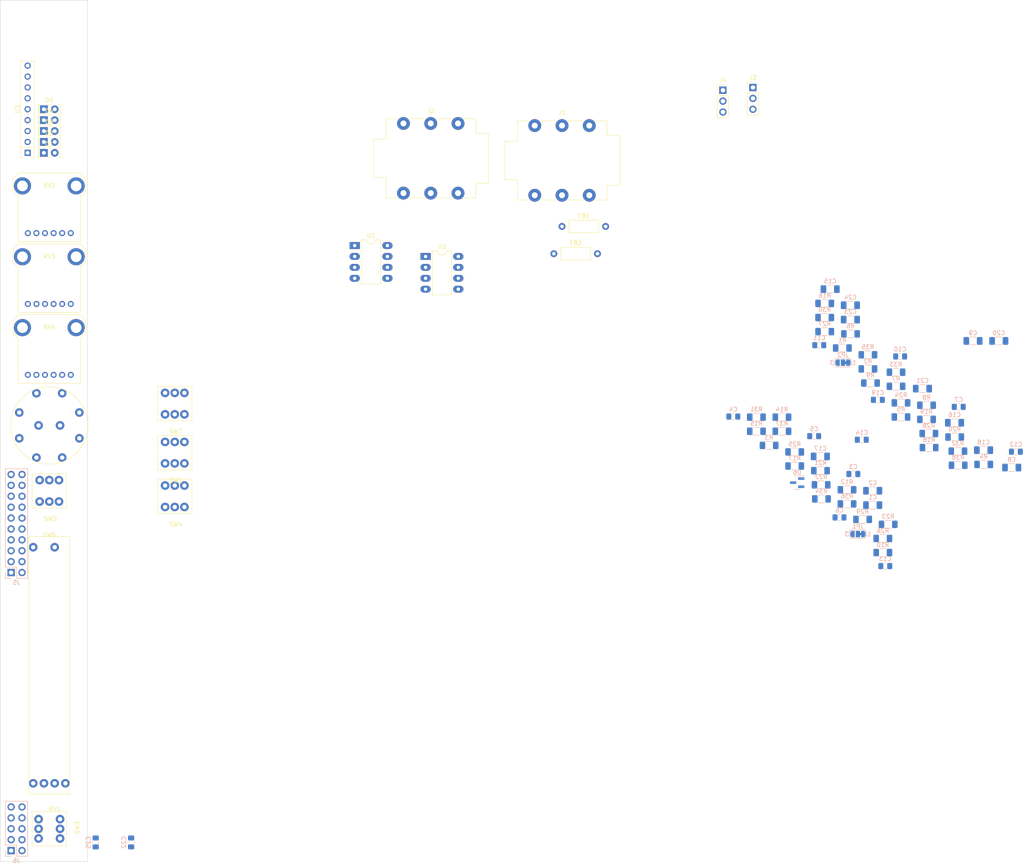
<source format=kicad_pcb>
(kicad_pcb (version 20211014) (generator pcbnew)
  (layers (0 "F.Cu" signal) (31 "B.Cu" signal) (34 "B.Paste" user) (35 "F.Paste" user) (36 "B.SilkS" user "B.Silkscreen") (37 "F.SilkS" user "F.Silkscreen") (38 "B.Mask" user) (39 "F.Mask" user) (44 "Edge.Cuts" user))
  (net 0 "")
  (net 1 "Net-(C1-Pad1)")
  (net 2 "/L")
  (net 3 "Net-(C2-Pad1)")
  (net 4 "Net-(C2-Pad2)")
  (net 5 "Net-(C3-Pad1)")
  (net 6 "GND")
  (net 7 "Net-(C4-Pad1)")
  (net 8 "Net-(C4-Pad2)")
  (net 9 "Net-(C6-Pad1)")
  (net 10 "Net-(C6-Pad2)")
  (net 11 "Net-(C12-Pad2)")
  (net 12 "/R")
  (net 13 "Net-(C14-Pad2)")
  (net 14 "Net-(C9-Pad2)")
  (net 15 "Net-(C10-Pad1)")
  (net 16 "Net-(C11-Pad1)")
  (net 17 "Net-(C11-Pad2)")
  (net 18 "Net-(C13-Pad1)")
  (net 19 "Net-(C13-Pad2)")
  (net 20 "+15V")
  (net 21 "Net-(C16-Pad2)")
  (net 22 "-15V")
  (net 23 "Net-(C19-Pad2)")
  (net 24 "Net-(D1-Pad1)")
  (net 25 "Net-(D1-Pad2)")
  (net 26 "Net-(D2-Pad1)")
  (net 27 "Net-(D3-Pad1)")
  (net 28 "Net-(D4-Pad1)")
  (net 29 "Net-(D5-Pad1)")
  (net 30 "Net-(D6-Pad1)")
  (net 31 "Net-(D6-Pad2)")
  (net 32 "Net-(FB1-Pad1)")
  (net 33 "Net-(FB2-Pad1)")
  (net 34 "Net-(J3-Pad1)")
  (net 35 "Net-(J3-Pad3)")
  (net 36 "/MixL")
  (net 37 "/MixR")
  (net 38 "/MonL")
  (net 39 "/MonR")
  (net 40 "/Fx1L")
  (net 41 "/Fx1R")
  (net 42 "/Fx2L")
  (net 43 "/Fx2R")
  (net 44 "/Rec1")
  (net 45 "/Rec2")
  (net 46 "/Rec3")
  (net 47 "/Rec4")
  (net 48 "/Rec5")
  (net 49 "/Rec6")
  (net 50 "/Rec7")
  (net 51 "/Rec8")
  (net 52 "Net-(J5-Pad19)")
  (net 53 "Net-(J5-Pad20)")
  (net 54 "Net-(J6-Pad3)")
  (net 55 "Net-(JP1-Pad2)")
  (net 57 "Net-(R1-Pad2)")
  (net 58 "Net-(R3-Pad2)")
  (net 59 "Net-(R8-Pad2)")
  (net 60 "/FaderL")
  (net 62 "Net-(R10-Pad2)")
  (net 63 "Net-(R14-Pad2)")
  (net 64 "Net-(R15-Pad2)")
  (net 65 "/FaderR")
  (net 66 "Net-(R22-Pad2)")
  (net 67 "Net-(R23-Pad2)")
  (net 68 "Net-(R24-Pad2)")
  (net 69 "Net-(R25-Pad2)")
  (net 70 "Net-(R30-Pad1)")
  (net 71 "Net-(SW5-Pad2)")
  (net 72 "Net-(SW6-Pad13)")
  (net 73 "Net-(SW5-Pad5)")
  (net 74 "Net-(SW6-Pad14)")
  (net 75 "Net-(R37-Pad2)")
  (net 76 "Net-(R38-Pad2)")
  (net 77 "Net-(RV1-Pad1)")
  (net 78 "Net-(RV1-Pad4)")
  (footprint "Connector_PinHeader_2.54mm:PinHeader_1x03_P2.54mm_Vertical" (layer "F.Cu") (at 206.375 8.27)
    (fp_text reference "J4" (at 0 -2.33) (layer "F.SilkS"))
    (fp_text value "Grp")
    (pad "1" thru_hole rect (at 0 0) (size 1.7 1.7) (drill 1) (layers *.Cu *.Mask) (net 34 "Net-(J3-Pad1)"))
    (pad "2" thru_hole oval (at 0 2.54) (size 1.7 1.7) (drill 1) (layers *.Cu *.Mask) (net 6 "GND"))
    (pad "3" thru_hole oval (at 0 5.08) (size 1.7 1.7) (drill 1) (layers *.Cu *.Mask) (net 35 "Net-(J3-Pad3)"))
  )
  (footprint "dz_lib:RK12 Duplex" (layer "F.Cu") (at 49.53 35.56)
    (fp_text reference "RV2" (at 0 -5.08 unlocked) (layer "F.SilkS"))
    (fp_text value "Mon")
    (pad "1" thru_hole circle (at -5 6) (size 1.4 1.4) (drill 0.8) (layers *.Cu *.Mask) (net 77 "Net-(RV1-Pad1)"))
    (pad "2" thru_hole circle (at -3 6) (size 1.4 1.4) (drill 0.8) (layers *.Cu *.Mask) (net 64 "Net-(R15-Pad2)"))
    (pad "3" thru_hole circle (at -1 6) (size 1.4 1.4) (drill 0.8) (layers *.Cu *.Mask) (net 6 "GND"))
    (pad "4" thru_hole circle (at 1 6) (size 1.4 1.4) (drill 0.8) (layers *.Cu *.Mask) (net 78 "Net-(RV1-Pad4)"))
    (pad "5" thru_hole circle (at 3 6) (size 1.4 1.4) (drill 0.8) (layers *.Cu *.Mask) (net 63 "Net-(R14-Pad2)"))
    (pad "6" thru_hole circle (at 5 6) (size 1.4 1.4) (drill 0.8) (layers *.Cu *.Mask) (net 6 "GND"))
    (pad "G" thru_hole circle (at 6.25 -5) (size 4 4) (drill 2.5) (layers *.Cu *.Mask))
    (pad "G" thru_hole circle (at -6.25 -5) (size 4 4) (drill 2.5) (layers *.Cu *.Mask))
  )
  (footprint "Package_DIP:DIP-8_W7.62mm_LongPads" (layer "F.Cu") (at 120.635 44.46)
    (fp_text reference "U1" (at 3.81 -2.33) (layer "F.SilkS"))
    (fp_text value "TL072")
    (pad "1" thru_hole rect (at 0 0) (size 2.4 1.6) (drill 0.8) (layers *.Cu *.Mask) (net 1 "Net-(C1-Pad1)"))
    (pad "2" thru_hole oval (at 0 2.54) (size 2.4 1.6) (drill 0.8) (layers *.Cu *.Mask) (net 8 "Net-(C4-Pad2)"))
    (pad "3" thru_hole oval (at 0 5.08) (size 2.4 1.6) (drill 0.8) (layers *.Cu *.Mask) (net 6 "GND"))
    (pad "4" thru_hole oval (at 0 7.62) (size 2.4 1.6) (drill 0.8) (layers *.Cu *.Mask) (net 22 "-15V"))
    (pad "5" thru_hole oval (at 7.62 7.62) (size 2.4 1.6) (drill 0.8) (layers *.Cu *.Mask) (net 6 "GND"))
    (pad "6" thru_hole oval (at 7.62 5.08) (size 2.4 1.6) (drill 0.8) (layers *.Cu *.Mask) (net 17 "Net-(C11-Pad2)"))
    (pad "7" thru_hole oval (at 7.62 2.54) (size 2.4 1.6) (drill 0.8) (layers *.Cu *.Mask) (net 11 "Net-(C12-Pad2)"))
    (pad "8" thru_hole oval (at 7.62 0) (size 2.4 1.6) (drill 0.8) (layers *.Cu *.Mask) (net 20 "+15V"))
  )
  (footprint "LED_THT:LED_Rectangular_W5.0mm_H2.0mm" (layer "F.Cu") (at 48.26 17.78)
    (fp_text reference "D3" (at 1.27 -2.06) (layer "F.SilkS"))
    (fp_text value "LED")
    (pad "1" thru_hole rect (at 0 0) (size 1.8 1.8) (drill 0.9) (layers *.Cu *.Mask) (net 27 "Net-(D3-Pad1)"))
    (pad "2" thru_hole circle (at 2.54 0) (size 1.8 1.8) (drill 0.9) (layers *.Cu *.Mask) (net 25 "Net-(D1-Pad2)"))
  )
  (footprint "LED_THT:LED_Rectangular_W5.0mm_H2.0mm" (layer "F.Cu") (at 48.26 22.86)
    (fp_text reference "D1" (at 1.27 -2.06) (layer "F.SilkS"))
    (fp_text value "LED")
    (pad "1" thru_hole rect (at 0 0) (size 1.8 1.8) (drill 0.9) (layers *.Cu *.Mask) (net 24 "Net-(D1-Pad1)"))
    (pad "2" thru_hole circle (at 2.54 0) (size 1.8 1.8) (drill 0.9) (layers *.Cu *.Mask) (net 25 "Net-(D1-Pad2)"))
  )
  (footprint "Inductor_THT:L_Axial_L6.6mm_D2.7mm_P10.16mm_Horizontal_Vishay_IM-2" (layer "F.Cu") (at 167.005 46.355)
    (fp_text reference "FB2" (at 5.08 -2.47) (layer "F.SilkS"))
    (fp_text value "FerriteBead")
    (pad "1" thru_hole circle (at 0 0) (size 1.6 1.6) (drill 0.8) (layers *.Cu *.Mask) (net 33 "Net-(FB2-Pad1)"))
    (pad "2" thru_hole oval (at 10.16 0) (size 1.6 1.6) (drill 0.8) (layers *.Cu *.Mask) (net 15 "Net-(C10-Pad1)"))
  )
  (footprint "LED_THT:LED_Rectangular_W5.0mm_H2.0mm" (layer "F.Cu") (at 48.26 15.24)
    (fp_text reference "D4" (at 1.27 -2.06) (layer "F.SilkS"))
    (fp_text value "LED")
    (pad "1" thru_hole rect (at 0 0) (size 1.8 1.8) (drill 0.9) (layers *.Cu *.Mask) (net 28 "Net-(D4-Pad1)"))
    (pad "2" thru_hole circle (at 2.54 0) (size 1.8 1.8) (drill 0.9) (layers *.Cu *.Mask) (net 25 "Net-(D1-Pad2)"))
  )
  (footprint "dz_lib:RK12 Duplex" (layer "F.Cu") (at 49.53 68.58)
    (fp_text reference "RV4" (at 0 -5.08 unlocked) (layer "F.SilkS"))
    (fp_text value "FX2")
    (pad "1" thru_hole circle (at -5 6) (size 1.4 1.4) (drill 0.8) (layers *.Cu *.Mask) (net 14 "Net-(C9-Pad2)"))
    (pad "2" thru_hole circle (at -3 6) (size 1.4 1.4) (drill 0.8) (layers *.Cu *.Mask) (net 69 "Net-(R25-Pad2)"))
    (pad "3" thru_hole circle (at -1 6) (size 1.4 1.4) (drill 0.8) (layers *.Cu *.Mask) (net 6 "GND"))
    (pad "4" thru_hole circle (at 1 6) (size 1.4 1.4) (drill 0.8) (layers *.Cu *.Mask) (net 4 "Net-(C2-Pad2)"))
    (pad "5" thru_hole circle (at 3 6) (size 1.4 1.4) (drill 0.8) (layers *.Cu *.Mask) (net 68 "Net-(R24-Pad2)"))
    (pad "6" thru_hole circle (at 5 6) (size 1.4 1.4) (drill 0.8) (layers *.Cu *.Mask) (net 6 "GND"))
    (pad "G" thru_hole circle (at -6.25 -5) (size 4 4) (drill 2.5) (layers *.Cu *.Mask))
    (pad "G" thru_hole circle (at 6.25 -5) (size 4 4) (drill 2.5) (layers *.Cu *.Mask))
  )
  (footprint "LED_THT:LED_Rectangular_W5.0mm_H2.0mm" (layer "F.Cu") (at 48.26 20.32)
    (fp_text reference "D2" (at 1.27 -2.06) (layer "F.SilkS"))
    (fp_text value "LED")
    (pad "1" thru_hole rect (at 0 0) (size 1.8 1.8) (drill 0.9) (layers *.Cu *.Mask) (net 26 "Net-(D2-Pad1)"))
    (pad "2" thru_hole circle (at 2.54 0) (size 1.8 1.8) (drill 0.9) (layers *.Cu *.Mask) (net 25 "Net-(D1-Pad2)"))
  )
  (footprint "LED_THT:LED_Rectangular_W5.0mm_H2.0mm" (layer "F.Cu") (at 48.26 12.7)
    (fp_text reference "D5" (at 1.27 -2.06) (layer "F.SilkS"))
    (fp_text value "LED")
    (pad "1" thru_hole rect (at 0 0) (size 1.8 1.8) (drill 0.9) (layers *.Cu *.Mask) (net 29 "Net-(D5-Pad1)"))
    (pad "2" thru_hole circle (at 2.54 0) (size 1.8 1.8) (drill 0.9) (layers *.Cu *.Mask) (net 25 "Net-(D1-Pad2)"))
  )
  (footprint "dz_lib:Switch 2P2T 5.5x4.5mm Latched" (layer "F.Cu") (at 78.74 92.71)
    (fp_text reference "SW1" (at 0.25 6.5 unlocked) (layer "F.SilkS"))
    (fp_text value "Rec 3-4")
    (pad "1" thru_hole circle (at -2.25 2.5) (size 2 2) (drill 1) (layers *.Cu *.Mask) (net 6 "GND"))
    (pad "2" thru_hole circle (at 0 2.5) (size 2 2) (drill 1) (layers *.Cu *.Mask) (net 75 "Net-(R37-Pad2)"))
    (pad "3" thru_hole circle (at 2.25 2.5) (size 2 2) (drill 1) (layers *.Cu *.Mask) (net 2 "/L"))
    (pad "4" thru_hole circle (at -2.25 -2.5) (size 2 2) (drill 1) (layers *.Cu *.Mask) (net 6 "GND"))
    (pad "5" thru_hole circle (at 0 -2.5) (size 2 2) (drill 1) (layers *.Cu *.Mask) (net 76 "Net-(R38-Pad2)"))
    (pad "6" thru_hole circle (at 2.25 -2.5) (size 2 2) (drill 1) (layers *.Cu *.Mask) (net 12 "/R"))
  )
  (footprint "dz_lib:Switch 2P2T 5.5x4.5mm Latched" (layer "F.Cu") (at 78.74 102.87)
    (fp_text reference "SW4" (at 0.25 6.5 unlocked) (layer "F.SilkS"))
    (fp_text value "Rec 5-8")
    (pad "1" thru_hole circle (at -2.25 2.5) (size 2 2) (drill 1) (layers *.Cu *.Mask) (net 6 "GND"))
    (pad "2" thru_hole circle (at 0 2.5) (size 2 2) (drill 1) (layers *.Cu *.Mask) (net 59 "Net-(R8-Pad2)"))
    (pad "3" thru_hole circle (at 2.25 2.5) (size 2 2) (drill 1) (layers *.Cu *.Mask) (net 2 "/L"))
    (pad "4" thru_hole circle (at -2.25 -2.5) (size 2 2) (drill 1) (layers *.Cu *.Mask) (net 6 "GND"))
    (pad "5" thru_hole circle (at 0 -2.5) (size 2 2) (drill 1) (layers *.Cu *.Mask) (net 62 "Net-(R10-Pad2)"))
    (pad "6" thru_hole circle (at 2.25 -2.5) (size 2 2) (drill 1) (layers *.Cu *.Mask) (net 12 "/R"))
  )
  (footprint "Package_SIP:SIP-9_22.3x3mm_P2.54mm" (layer "F.Cu") (at 44.48 22.86 90)
    (fp_text reference "U3" (at 10.16 -2.4 90) (layer "F.SilkS"))
    (fp_text value "KA2284")
    (pad "1" thru_hole rect (at 0 0 180) (size 1.45 1.45) (drill 0.85) (layers *.Cu *.Mask) (net 24 "Net-(D1-Pad1)"))
    (pad "2" thru_hole circle (at 2.54 0 180) (size 1.45 1.45) (drill 0.85) (layers *.Cu *.Mask) (net 26 "Net-(D2-Pad1)"))
    (pad "3" thru_hole circle (at 5.08 0 180) (size 1.45 1.45) (drill 0.85) (layers *.Cu *.Mask) (net 27 "Net-(D3-Pad1)"))
    (pad "4" thru_hole circle (at 7.62 0 180) (size 1.45 1.45) (drill 0.85) (layers *.Cu *.Mask) (net 28 "Net-(D4-Pad1)"))
    (pad "5" thru_hole circle (at 10.16 0 180) (size 1.45 1.45) (drill 0.85) (layers *.Cu *.Mask) (net 6 "GND"))
    (pad "6" thru_hole circle (at 12.7 0 180) (size 1.45 1.45) (drill 0.85) (layers *.Cu *.Mask) (net 29 "Net-(D5-Pad1)"))
    (pad "7" thru_hole circle (at 15.24 0 180) (size 1.45 1.45) (drill 0.85) (layers *.Cu *.Mask) (net 23 "Net-(C19-Pad2)"))
    (pad "8" thru_hole circle (at 17.78 0 180) (size 1.45 1.45) (drill 0.85) (layers *.Cu *.Mask) (net 70 "Net-(R30-Pad1)"))
    (pad "9" thru_hole circle (at 20.32 0 180) (size 1.45 1.45) (drill 0.85) (layers *.Cu *.Mask) (net 20 "+15V"))
  )
  (footprint "dz_lib:Switch 2P2T 5.5x4.5mm Latched" (layer "F.Cu") (at 49.53 180.34 90)
    (fp_text reference "SW3" (at 0.25 6.5 90 unlocked) (layer "F.SilkS"))
    (fp_text value "Ch On")
    (pad "1" thru_hole circle (at -2.25 2.5 90) (size 2 2) (drill 1) (layers *.Cu *.Mask) (net 6 "GND"))
    (pad "2" thru_hole circle (at 0 2.5 90) (size 2 2) (drill 1) (layers *.Cu *.Mask) (net 78 "Net-(RV1-Pad4)"))
    (pad "3" thru_hole circle (at 2.25 2.5 90) (size 2 2) (drill 1) (layers *.Cu *.Mask) (net 2 "/L"))
    (pad "4" thru_hole circle (at -2.25 -2.5 90) (size 2 2) (drill 1) (layers *.Cu *.Mask) (net 6 "GND"))
    (pad "5" thru_hole circle (at 0 -2.5 90) (size 2 2) (drill 1) (layers *.Cu *.Mask) (net 77 "Net-(RV1-Pad1)"))
    (pad "6" thru_hole circle (at 2.25 -2.5 90) (size 2 2) (drill 1) (layers *.Cu *.Mask) (net 12 "/R"))
  )
  (footprint "Package_DIP:DIP-8_W7.62mm_LongPads" (layer "F.Cu") (at 137.145 47)
    (fp_text reference "U2" (at 3.81 -2.33) (layer "F.SilkS"))
    (fp_text value "TL072")
    (pad "1" thru_hole rect (at 0 0) (size 2.4 1.6) (drill 0.8) (layers *.Cu *.Mask) (net 3 "Net-(C2-Pad1)"))
    (pad "2" thru_hole oval (at 0 2.54) (size 2.4 1.6) (drill 0.8) (layers *.Cu *.Mask) (net 10 "Net-(C6-Pad2)"))
    (pad "3" thru_hole oval (at 0 5.08) (size 2.4 1.6) (drill 0.8) (layers *.Cu *.Mask) (net 6 "GND"))
    (pad "4" thru_hole oval (at 0 7.62) (size 2.4 1.6) (drill 0.8) (layers *.Cu *.Mask) (net 22 "-15V"))
    (pad "5" thru_hole oval (at 7.62 7.62) (size 2.4 1.6) (drill 0.8) (layers *.Cu *.Mask) (net 6 "GND"))
    (pad "6" thru_hole oval (at 7.62 5.08) (size 2.4 1.6) (drill 0.8) (layers *.Cu *.Mask) (net 19 "Net-(C13-Pad2)"))
    (pad "7" thru_hole oval (at 7.62 2.54) (size 2.4 1.6) (drill 0.8) (layers *.Cu *.Mask) (net 13 "Net-(C14-Pad2)"))
    (pad "8" thru_hole oval (at 7.62 0) (size 2.4 1.6) (drill 0.8) (layers *.Cu *.Mask) (net 20 "+15V"))
  )
  (footprint "Connector_PinHeader_2.54mm:PinHeader_1x03_P2.54mm_Vertical" (layer "F.Cu") (at 213.36 7.635)
    (fp_text reference "J3" (at 0 -2.33) (layer "F.SilkS"))
    (fp_text value "Grp")
    (pad "1" thru_hole rect (at 0 0) (size 1.7 1.7) (drill 1) (layers *.Cu *.Mask) (net 34 "Net-(J3-Pad1)"))
    (pad "2" thru_hole oval (at 0 2.54) (size 1.7 1.7) (drill 1) (layers *.Cu *.Mask) (net 6 "GND"))
    (pad "3" thru_hole oval (at 0 5.08) (size 1.7 1.7) (drill 1) (layers *.Cu *.Mask) (net 35 "Net-(J3-Pad3)"))
  )
  (footprint "Connector_Audio:Jack_6.35mm_Neutrik_NMJ6HCD2_Horizontal" (layer "F.Cu") (at 162.56 16.51)
    (fp_text reference "J1" (at 6.35 -3) (layer "F.SilkS"))
    (fp_text value "L/Mono In")
    (pad "R" thru_hole circle (at 6.35 0) (size 3 3) (drill 1.4) (layers *.Cu *.Mask) (net 6 "GND"))
    (pad "RN" thru_hole circle (at 6.35 16.23) (size 3 3) (drill 1.4) (layers *.Cu *.Mask) (net 6 "GND"))
    (pad "S" thru_hole circle (at 12.7 0) (size 3 3) (drill 1.4) (layers *.Cu *.Mask) (net 6 "GND"))
    (pad "SN" thru_hole circle (at 12.7 16.23) (size 3 3) (drill 1.4) (layers *.Cu *.Mask) (net 6 "GND"))
    (pad "T" thru_hole circle (at 0 0) (size 3 3) (drill 1.4) (layers *.Cu *.Mask) (net 32 "Net-(FB1-Pad1)"))
    (pad "TN" thru_hole circle (at 0 16.23) (size 3 3) (drill 1.4) (layers *.Cu *.Mask) (net 6 "GND"))
  )
  (footprint "dz_lib:Slider Pot 60mm" (layer "F.Cu") (at 50.78 144.74)
    (fp_text reference "RV1" (at 0 31 unlocked) (layer "F.SilkS"))
    (fp_text value "Fader")
    (pad "1" thru_hole circle (at -5 25) (size 2 2) (drill 1) (layers *.Cu *.Mask) (net 77 "Net-(RV1-Pad1)"))
    (pad "2" thru_hole circle (at -2.5 25) (size 2 2) (drill 1) (layers *.Cu *.Mask) (net 65 "/FaderR"))
    (pad "3" thru_hole circle (at -5 -30) (size 2 2) (drill 1) (layers *.Cu *.Mask) (net 6 "GND"))
    (pad "4" thru_hole circle (at 0 25) (size 2 2) (drill 1) (layers *.Cu *.Mask) (net 78 "Net-(RV1-Pad4)"))
    (pad "5" thru_hole circle (at 2.5 25) (size 2 2) (drill 1) (layers *.Cu *.Mask) (net 60 "/FaderL"))
    (pad "6" thru_hole circle (at 0 -30) (size 2 2) (drill 1) (layers *.Cu *.Mask) (net 6 "GND"))
  )
  (footprint "Inductor_THT:L_Axial_L6.6mm_D2.7mm_P10.16mm_Horizontal_Vishay_IM-2" (layer "F.Cu") (at 168.91 40.005)
    (fp_text reference "FB1" (at 5.08 -2.47) (layer "F.SilkS"))
    (fp_text value "FerriteBead")
    (pad "1" thru_hole circle (at 0 0) (size 1.6 1.6) (drill 0.8) (layers *.Cu *.Mask) (net 32 "Net-(FB1-Pad1)"))
    (pad "2" thru_hole oval (at 10.16 0) (size 1.6 1.6) (drill 0.8) (layers *.Cu *.Mask) (net 5 "Net-(C3-Pad1)"))
  )
  (footprint "dz_lib:RK12 Duplex" (layer "F.Cu") (at 49.53 52.07)
    (fp_text reference "RV3" (at 0 -5.08 unlocked) (layer "F.SilkS"))
    (fp_text value "FX1")
    (pad "1" thru_hole circle (at -5 6) (size 1.4 1.4) (drill 0.8) (layers *.Cu *.Mask) (net 14 "Net-(C9-Pad2)"))
    (pad "2" thru_hole circle (at -3 6) (size 1.4 1.4) (drill 0.8) (layers *.Cu *.Mask) (net 67 "Net-(R23-Pad2)"))
    (pad "3" thru_hole circle (at -1 6) (size 1.4 1.4) (drill 0.8) (layers *.Cu *.Mask) (net 6 "GND"))
    (pad "4" thru_hole circle (at 1 6) (size 1.4 1.4) (drill 0.8) (layers *.Cu *.Mask) (net 4 "Net-(C2-Pad2)"))
    (pad "5" thru_hole circle (at 3 6) (size 1.4 1.4) (drill 0.8) (layers *.Cu *.Mask) (net 66 "Net-(R22-Pad2)"))
    (pad "6" thru_hole circle (at 5 6) (size 1.4 1.4) (drill 0.8) (layers *.Cu *.Mask) (net 6 "GND"))
    (pad "G" thru_hole circle (at 6.25 -5) (size 4 4) (drill 2.5) (layers *.Cu *.Mask))
    (pad "G" thru_hole circle (at -6.25 -5) (size 4 4) (drill 2.5) (layers *.Cu *.Mask))
  )
  (footprint "dz_lib:Switch 2P2T 5.5x4.5mm Latched" (layer "F.Cu") (at 49.53 101.6)
    (fp_text reference "SW5" (at 0.25 6.5 unlocked) (layer "F.SilkS"))
    (fp_text value "Rec On")
    (pad "1" thru_hole circle (at -2.25 2.5) (size 2 2) (drill 1) (layers *.Cu *.Mask) (net 6 "GND"))
    (pad "2" thru_hole circle (at 0 2.5) (size 2 2) (drill 1) (layers *.Cu *.Mask) (net 71 "Net-(SW5-Pad2)"))
    (pad "3" thru_hole circle (at 2.25 2.5) (size 2 2) (drill 1) (layers *.Cu *.Mask) (net 2 "/L"))
    (pad "4" thru_hole circle (at -2.25 -2.5) (size 2 2) (drill 1) (layers *.Cu *.Mask) (net 6 "GND"))
    (pad "5" thru_hole circle (at 0 -2.5) (size 2 2) (drill 1) (layers *.Cu *.Mask) (net 73 "Net-(SW5-Pad5)"))
    (pad "6" thru_hole circle (at 2.25 -2.5) (size 2 2) (drill 1) (layers *.Cu *.Mask) (net 12 "/R"))
  )
  (footprint "dz_lib:SR16 Rotary Switch" (layer "F.Cu") (at 49.53 86.36)
    (fp_text reference "SW6" (at 0 25.5 unlocked) (layer "F.SilkS"))
    (fp_text value "Rec Select")
    (pad "1" thru_hole circle (at 3 -7.5) (size 2 2) (drill 1) (layers *.Cu *.Mask) (net 44 "/Rec1"))
    (pad "2" thru_hole circle (at 7 -3) (size 2 2) (drill 1) (layers *.Cu *.Mask) (net 46 "/Rec3"))
    (pad "3" thru_hole circle (at 7 3) (size 2 2) (drill 1) (layers *.Cu *.Mask) (net 48 "/Rec5"))
    (pad "4" thru_hole circle (at 3 7.5) (size 2 2) (drill 1) (layers *.Cu *.Mask) (net 50 "/Rec7"))
    (pad "7" thru_hole circle (at -3 7.5) (size 2 2) (drill 1) (layers *.Cu *.Mask) (net 45 "/Rec2"))
    (pad "8" thru_hole circle (at -7 3) (size 2 2) (drill 1) (layers *.Cu *.Mask) (net 47 "/Rec4"))
    (pad "9" thru_hole circle (at -7 -3) (size 2 2) (drill 1) (layers *.Cu *.Mask) (net 49 "/Rec6"))
    (pad "10" thru_hole circle (at -3 -7.5) (size 2 2) (drill 1) (layers *.Cu *.Mask) (net 51 "/Rec8"))
    (pad "13" thru_hole circle (at 2.5 0) (size 2 2) (drill 1) (layers *.Cu *.Mask) (net 72 "Net-(SW6-Pad13)"))
    (pad "14" thru_hole circle (at -2.5 0) (size 2 2) (drill 1) (layers *.Cu *.Mask) (net 74 "Net-(SW6-Pad14)"))
  )
  (footprint "dz_lib:Switch 2P2T 5.5x4.5mm Latched" (layer "F.Cu") (at 78.74 81.28)
    (fp_text reference "SW7" (at 0.25 6.5 unlocked) (layer "F.SilkS"))
    (fp_text value "Rec 1-2")
    (pad "1" thru_hole circle (at -2.25 2.5) (size 2 2) (drill 1) (layers *.Cu *.Mask) (net 6 "GND"))
    (pad "2" thru_hole circle (at 0 2.5) (size 2 2) (drill 1) (layers *.Cu *.Mask) (net 57 "Net-(R1-Pad2)"))
    (pad "3" thru_hole circle (at 2.25 2.5) (size 2 2) (drill 1) (layers *.Cu *.Mask) (net 2 "/L"))
    (pad "4" thru_hole circle (at -2.25 -2.5) (size 2 2) (drill 1) (layers *.Cu *.Mask) (net 6 "GND"))
    (pad "5" thru_hole circle (at 0 -2.5) (size 2 2) (drill 1) (layers *.Cu *.Mask) (net 58 "Net-(R3-Pad2)"))
    (pad "6" thru_hole circle (at 2.25 -2.5) (size 2 2) (drill 1) (layers *.Cu *.Mask) (net 12 "/R"))
  )
  (footprint "Connector_Audio:Jack_6.35mm_Neutrik_NMJ6HCD2_Horizontal" (layer "F.Cu") (at 131.995 16.015)
    (fp_text reference "J2" (at 6.35 -3) (layer "F.SilkS"))
    (fp_text value "R In")
    (pad "R" thru_hole circle (at 6.35 0) (size 3 3) (drill 1.4) (layers *.Cu *.Mask) (net 6 "GND"))
    (pad "RN" thru_hole circle (at 6.35 16.23) (size 3 3) (drill 1.4) (layers *.Cu *.Mask) (net 6 "GND"))
    (pad "S" thru_hole circle (at 12.7 0) (size 3 3) (drill 1.4) (layers *.Cu *.Mask) (net 6 "GND"))
    (pad "SN" thru_hole circle (at 12.7 16.23) (size 3 3) (drill 1.4) (layers *.Cu *.Mask) (net 6 "GND"))
    (pad "T" thru_hole circle (at 0 0) (size 3 3) (drill 1.4) (layers *.Cu *.Mask) (net 33 "Net-(FB2-Pad1)"))
    (pad "TN" thru_hole circle (at 0 16.23) (size 3 3) (drill 1.4) (layers *.Cu *.Mask) (net 32 "Net-(FB1-Pad1)"))
  )
  (footprint "Capacitor_SMD:C_0805_2012Metric_Pad1.18x1.45mm_HandSolder" (layer "B.Cu") (at 261.285 82.04 180)
    (fp_text reference "C7" (at 0 1.68) (layer "B.SilkS") (effects (justify mirror)))
    (fp_text value "15p")
    (pad "1" smd roundrect (at -1.0375 0 180) (size 1.175 1.45) (layers "B.Cu" "B.Paste" "B.Mask") (roundrect_rratio 0.212766) (net 10 "Net-(C6-Pad2)"))
    (pad "2" smd roundrect (at 1.0375 0 180) (size 1.175 1.45) (layers "B.Cu" "B.Paste" "B.Mask") (roundrect_rratio 0.212766) (net 3 "Net-(C2-Pad1)"))
  )
  (footprint "Capacitor_SMD:C_1206_3216Metric_Pad1.33x1.80mm_HandSolder" (layer "B.Cu") (at 236.055 58.36 180)
    (fp_text reference "C24" (at 0 1.85) (layer "B.SilkS") (effects (justify mirror)))
    (fp_text value "0,1")
    (pad "1" smd roundrect (at -1.5625 0 180) (size 1.325 1.8) (layers "B.Cu" "B.Paste" "B.Mask") (roundrect_rratio 0.188679) (net 22 "-15V"))
    (pad "2" smd roundrect (at 1.5625 0 180) (size 1.325 1.8) (layers "B.Cu" "B.Paste" "B.Mask") (roundrect_rratio 0.188679) (net 6 "GND"))
  )
  (footprint "Jumper:SolderJumper-3_P1.3mm_Bridged12_RoundedPad1.0x1.5mm_NumberLabels" (layer "B.Cu") (at 234.335 71.74 180)
    (fp_text reference "JP2" (at 0 1.8) (layer "B.SilkS") (effects (justify mirror)))
    (fp_text value "Rec6/8")
    (fp_text user "3" (at 2.6 0) (layer "B.SilkS") (effects (justify mirror)))
    (fp_text user "1" (at -2.6 0) (layer "B.SilkS") (effects (justify mirror)))
    (fp_poly (pts (xy -0.9 0.3) (xy -0.4 0.3) (xy -0.4 -0.3) (xy -0.9 -0.3)) (layer "B.Cu") (width 0) (fill solid))
    (pad "1" smd custom (at -1.3 0 180) (size 1 0.5) (layers "B.Cu" "B.Mask") (net 49 "/Rec6") (options (clearance outline) (anchor rect)) (primitives (gr_poly (pts (xy 0.55 -0.75) (xy 0 -0.75) (xy 0 0.75) (xy 0.55 0.75)) (width 0) (fill yes)) (gr_circle (center 0 -0.25) (end 0.5 -0.25) (width 0) (fill yes)) (gr_circle (center 0 0.25) (end 0.5 0.25) (width 0) (fill yes))))
    (pad "2" smd rect (at 0 0 180) (size 1 1.5) (layers "B.Cu" "B.Mask"))
    (pad "3" smd custom (at 1.3 0 180) (size 1 0.5) (layers "B.Cu" "B.Mask") (net 51 "/Rec8") (options (clearance outline) (anchor rect)) (primitives (gr_circle (center 0 -0.25) (end 0.5 -0.25) (width 0) (fill yes)) (gr_circle (center 0 0.25) (end 0.5 0.25) (width 0) (fill yes)) (gr_poly (pts (xy 0 -0.75) (xy -0.55 -0.75) (xy -0.55 0.75) (xy 0 0.75)) (width 0) (fill yes))))
  )
  (footprint "Resistor_SMD:R_1206_3216Metric_Pad1.30x1.75mm_HandSolder" (layer "B.Cu") (at 229.24 100.195 180)
    (fp_text reference "R22" (at 0 1.82) (layer "B.SilkS") (effects (justify mirror)))
    (fp_text value "47k")
    (pad "1" smd roundrect (at -1.55 0 180) (size 1.3 1.75) (layers "B.Cu" "B.Paste" "B.Mask") (roundrect_rratio 0.192308) (net 40 "/Fx1L"))
    (pad "2" smd roundrect (at 1.55 0 180) (size 1.3 1.75) (layers "B.Cu" "B.Paste" "B.Mask") (roundrect_rratio 0.192308) (net 66 "Net-(R22-Pad2)"))
  )
  (footprint "Resistor_SMD:R_1206_3216Metric_Pad1.30x1.75mm_HandSolder" (layer "B.Cu") (at 217.13 91.015 180)
    (fp_text reference "R3" (at 0 1.82) (layer "B.SilkS") (effects (justify mirror)))
    (fp_text value "47k")
    (pad "1" smd roundrect (at -1.55 0 180) (size 1.3 1.75) (layers "B.Cu" "B.Paste" "B.Mask") (roundrect_rratio 0.192308) (net 45 "/Rec2"))
    (pad "2" smd roundrect (at 1.55 0 180) (size 1.3 1.75) (layers "B.Cu" "B.Paste" "B.Mask") (roundrect_rratio 0.192308) (net 58 "Net-(R3-Pad2)"))
  )
  (footprint "Resistor_SMD:R_1206_3216Metric_Pad1.30x1.75mm_HandSolder" (layer "B.Cu") (at 230.075 64.51 180)
    (fp_text reference "R27" (at 0 1.82) (layer "B.SilkS") (effects (justify mirror)))
    (fp_text value "91")
    (pad "1" smd roundrect (at -1.55 0 180) (size 1.3 1.75) (layers "B.Cu" "B.Paste" "B.Mask") (roundrect_rratio 0.192308) (net 25 "Net-(D1-Pad2)"))
    (pad "2" smd roundrect (at 1.55 0 180) (size 1.3 1.75) (layers "B.Cu" "B.Paste" "B.Mask") (roundrect_rratio 0.192308) (net 20 "+15V"))
  )
  (footprint "Resistor_SMD:R_1206_3216Metric_Pad1.30x1.75mm_HandSolder" (layer "B.Cu") (at 236.085 65.03 180)
    (fp_text reference "R6" (at 0 1.82) (layer "B.SilkS") (effects (justify mirror)))
    (fp_text value "1m")
    (pad "1" smd roundrect (at -1.55 0 180) (size 1.3 1.75) (layers "B.Cu" "B.Paste" "B.Mask") (roundrect_rratio 0.192308) (net 5 "Net-(C3-Pad1)"))
    (pad "2" smd roundrect (at 1.55 0 180) (size 1.3 1.75) (layers "B.Cu" "B.Paste" "B.Mask") (roundrect_rratio 0.192308) (net 6 "GND"))
  )
  (footprint "Capacitor_SMD:C_0805_2012Metric_Pad1.18x1.45mm_HandSolder" (layer "B.Cu") (at 244.18 119.135 180)
    (fp_text reference "C13" (at 0 1.68) (layer "B.SilkS") (effects (justify mirror)))
    (fp_text value "10,0")
    (pad "1" smd roundrect (at -1.0375 0 180) (size 1.175 1.45) (layers "B.Cu" "B.Paste" "B.Mask") (roundrect_rratio 0.212766) (net 18 "Net-(C13-Pad1)"))
    (pad "2" smd roundrect (at 1.0375 0 180) (size 1.175 1.45) (layers "B.Cu" "B.Paste" "B.Mask") (roundrect_rratio 0.212766) (net 19 "Net-(C13-Pad2)"))
  )
  (footprint "Connector_PinHeader_2.54mm:PinHeader_2x10_P2.54mm_Vertical" (layer "B.Cu") (at 40.635 120.645)
    (fp_text reference "J5" (at 1.27 2.33) (layer "B.SilkS") (effects (justify mirror)))
    (fp_text value "Bus")
    (pad "1" thru_hole rect (at 0 0) (size 1.7 1.7) (drill 1) (layers *.Cu *.Mask) (net 36 "/MixL"))
    (pad "2" thru_hole oval (at 2.54 0) (size 1.7 1.7) (drill 1) (layers *.Cu *.Mask) (net 37 "/MixR"))
    (pad "3" thru_hole oval (at 0 -2.54) (size 1.7 1.7) (drill 1) (layers *.Cu *.Mask) (net 38 "/MonL"))
    (pad "4" thru_hole oval (at 2.54 -2.54) (size 1.7 1.7) (drill 1) (layers *.Cu *.Mask) (net 39 "/MonR"))
    (pad "5" thru_hole oval (at 0 -5.08) (size 1.7 1.7) (drill 1) (layers *.Cu *.Mask) (net 40 "/Fx1L"))
    (pad "6" thru_hole oval (at 2.54 -5.08) (size 1.7 1.7) (drill 1) (layers *.Cu *.Mask) (net 41 "/Fx1R"))
    (pad "7" thru_hole oval (at 0 -7.62) (size 1.7 1.7) (drill 1) (layers *.Cu *.Mask) (net 42 "/Fx2L"))
    (pad "8" thru_hole oval (at 2.54 -7.62) (size 1.7 1.7) (drill 1) (layers *.Cu *.Mask) (net 43 "/Fx2R"))
    (pad "9" thru_hole oval (at 0 -10.16) (size 1.7 1.7) (drill 1) (layers *.Cu *.Mask) (net 44 "/Rec1"))
    (pad "10" thru_hole oval (at 2.54 -10.16) (size 1.7 1.7) (drill 1) (layers *.Cu *.Mask) (net 45 "/Rec2"))
    (pad "11" thru_hole oval (at 0 -12.7) (size 1.7 1.7) (drill 1) (layers *.Cu *.Mask) (net 46 "/Rec3"))
    (pad "12" thru_hole oval (at 2.54 -12.7) (size 1.7 1.7) (drill 1) (layers *.Cu *.Mask) (net 47 "/Rec4"))
    (pad "13" thru_hole oval (at 0 -15.24) (size 1.7 1.7) (drill 1) (layers *.Cu *.Mask) (net 48 "/Rec5"))
    (pad "14" thru_hole oval (at 2.54 -15.24) (size 1.7 1.7) (drill 1) (layers *.Cu *.Mask) (net 49 "/Rec6"))
    (pad "15" thru_hole oval (at 0 -17.78) (size 1.7 1.7) (drill 1) (layers *.Cu *.Mask) (net 50 "/Rec7"))
    (pad "16" thru_hole oval (at 2.54 -17.78) (size 1.7 1.7) (drill 1) (layers *.Cu *.Mask) (net 51 "/Rec8"))
    (pad "17" thru_hole oval (at 0 -20.32) (size 1.7 1.7) (drill 1) (layers *.Cu *.Mask) (net 6 "GND"))
    (pad "18" thru_hole oval (at 2.54 -20.32) (size 1.7 1.7) (drill 1) (layers *.Cu *.Mask) (net 6 "GND"))
    (pad "19" thru_hole oval (at 0 -22.86) (size 1.7 1.7) (drill 1) (layers *.Cu *.Mask) (net 52 "Net-(J5-Pad19)"))
    (pad "20" thru_hole oval (at 2.54 -22.86) (size 1.7 1.7) (drill 1) (layers *.Cu *.Mask) (net 53 "Net-(J5-Pad20)"))
  )
  (footprint "Resistor_SMD:R_1206_3216Metric_Pad1.30x1.75mm_HandSolder" (layer "B.Cu") (at 230.075 61.22 180)
    (fp_text reference "R30" (at 0 1.82) (layer "B.SilkS") (effects (justify mirror)))
    (fp_text value "10k")
    (pad "1" smd roundrect (at -1.55 0 180) (size 1.3 1.75) (layers "B.Cu" "B.Paste" "B.Mask") (roundrect_rratio 0.192308) (net 70 "Net-(R30-Pad1)"))
    (pad "2" smd roundrect (at 1.55 0 180) (size 1.3 1.75) (layers "B.Cu" "B.Paste" "B.Mask") (roundrect_rratio 0.192308) (net 21 "Net-(C16-Pad2)"))
  )
  (footprint "Resistor_SMD:R_1206_3216Metric_Pad1.30x1.75mm_HandSolder" (layer "B.Cu") (at 220.12 87.725 180)
    (fp_text reference "R37" (at 0 1.82) (layer "B.SilkS") (effects (justify mirror)))
    (fp_text value "47k")
    (pad "1" smd roundrect (at -1.55 0 180) (size 1.3 1.75) (layers "B.Cu" "B.Paste" "B.Mask") (roundrect_rratio 0.192308) (net 46 "/Rec3"))
    (pad "2" smd roundrect (at 1.55 0 180) (size 1.3 1.75) (layers "B.Cu" "B.Paste" "B.Mask") (roundrect_rratio 0.192308) (net 75 "Net-(R37-Pad2)"))
  )
  (footprint "Resistor_SMD:R_1206_3216Metric_Pad1.30x1.75mm_HandSolder" (layer "B.Cu") (at 247.835 84.4 180)
    (fp_text reference "R5" (at 0 1.82) (layer "B.SilkS") (effects (justify mirror)))
    (fp_text value "47k")
    (pad "1" smd roundrect (at -1.55 0 180) (size 1.3 1.75) (layers "B.Cu" "B.Paste" "B.Mask") (roundrect_rratio 0.192308) (net 10 "Net-(C6-Pad2)"))
    (pad "2" smd roundrect (at 1.55 0 180) (size 1.3 1.75) (layers "B.Cu" "B.Paste" "B.Mask") (roundrect_rratio 0.192308) (net 3 "Net-(C2-Pad1)"))
  )
  (footprint "Capacitor_SMD:C_1206_3216Metric_Pad1.33x1.80mm_HandSolder" (layer "B.Cu") (at 241.25 104.935 180)
    (fp_text reference "C1" (at 0 1.85) (layer "B.SilkS") (effects (justify mirror)))
    (fp_text value "10,0")
    (pad "1" smd roundrect (at -1.5625 0 180) (size 1.325 1.8) (layers "B.Cu" "B.Paste" "B.Mask") (roundrect_rratio 0.188679) (net 1 "Net-(C1-Pad1)"))
    (pad "2" smd roundrect (at 1.5625 0 180) (size 1.325 1.8) (layers "B.Cu" "B.Paste" "B.Mask") (roundrect_rratio 0.188679) (net 2 "/L"))
  )
  (footprint "Resistor_SMD:R_1206_3216Metric_Pad1.30x1.75mm_HandSolder" (layer "B.Cu") (at 254.325 88.24 180)
    (fp_text reference "R28" (at 0 1.82) (layer "B.SilkS") (effects (justify mirror)))
    (fp_text value "4,7k")
    (pad "1" smd roundrect (at -1.55 0 180) (size 1.3 1.75) (layers "B.Cu" "B.Paste" "B.Mask") (roundrect_rratio 0.192308) (net 30 "Net-(D6-Pad1)"))
    (pad "2" smd roundrect (at 1.55 0 180) (size 1.3 1.75) (layers "B.Cu" "B.Paste" "B.Mask") (roundrect_rratio 0.192308) (net 2 "/L"))
  )
  (footprint "Resistor_SMD:R_1206_3216Metric_Pad1.30x1.75mm_HandSolder" (layer "B.Cu") (at 223.08 92.535 180)
    (fp_text reference "R25" (at 0 1.82) (layer "B.SilkS") (effects (justify mirror)))
    (fp_text value "47k")
    (pad "1" smd roundrect (at -1.55 0 180) (size 1.3 1.75) (layers "B.Cu" "B.Paste" "B.Mask") (roundrect_rratio 0.192308) (net 43 "/Fx2R"))
    (pad "2" smd roundrect (at 1.55 0 180) (size 1.3 1.75) (layers "B.Cu" "B.Paste" "B.Mask") (roundrect_rratio 0.192308) (net 69 "Net-(R25-Pad2)"))
  )
  (footprint "Capacitor_SMD:C_0805_2012Metric_Pad1.18x1.45mm_HandSolder" (layer "B.Cu") (at 238.71 89.695 180)
    (fp_text reference "C14" (at 0 1.68) (layer "B.SilkS") (effects (justify mirror)))
    (fp_text value "15p")
    (pad "1" smd roundrect (at -1.0375 0 180) (size 1.175 1.45) (layers "B.Cu" "B.Paste" "B.Mask") (roundrect_rratio 0.212766) (net 19 "Net-(C13-Pad2)"))
    (pad "2" smd roundrect (at 1.0375 0 180) (size 1.175 1.45) (layers "B.Cu" "B.Paste" "B.Mask") (roundrect_rratio 0.212766) (net 13 "Net-(C14-Pad2)"))
  )
  (footprint "Resistor_SMD:R_1206_3216Metric_Pad1.30x1.75mm_HandSolder" (layer "B.Cu") (at 238.9 108.255 180)
    (fp_text reference "R29" (at 0 1.82) (layer "B.SilkS") (effects (justify mirror)))
    (fp_text value "4,7k")
    (pad "1" smd roundrect (at -1.55 0 180) (size 1.3 1.75) (layers "B.Cu" "B.Paste" "B.Mask") (roundrect_rratio 0.192308) (net 31 "Net-(D6-Pad2)"))
    (pad "2" smd roundrect (at 1.55 0 180) (size 1.3 1.75) (layers "B.Cu" "B.Paste" "B.Mask") (roundrect_rratio 0.192308) (net 12 "/R"))
  )
  (footprint "Resistor_SMD:R_1206_3216Metric_Pad1.30x1.75mm_HandSolder" (layer "B.Cu") (at 243.61 112.695 180)
    (fp_text reference "R26" (at 0 1.82) (layer "B.SilkS") (effects (justify mirror)))
    (fp_text value "47k")
    (pad "1" smd roundrect (at -1.55 0 180) (size 1.3 1.75) (layers "B.Cu" "B.Paste" "B.Mask") (roundrect_rratio 0.192308) (net 34 "Net-(J3-Pad1)"))
    (pad "2" smd roundrect (at 1.55 0 180) (size 1.3 1.75) (layers "B.Cu" "B.Paste" "B.Mask") (roundrect_rratio 0.192308) (net 12 "/R"))
  )
  (footprint "Resistor_SMD:R_1206_3216Metric_Pad1.30x1.75mm_HandSolder" (layer "B.Cu") (at 253.785 81.66 180)
    (fp_text reference "R8" (at 0 1.82) (layer "B.SilkS") (effects (justify mirror)))
    (fp_text value "47k")
    (pad "1" smd roundrect (at -1.55 0 180) (size 1.3 1.75) (layers "B.Cu" "B.Paste" "B.Mask") (roundrect_rratio 0.192308) (net 55 "Net-(JP1-Pad2)"))
    (pad "2" smd roundrect (at 1.55 0 180) (size 1.3 1.75) (layers "B.Cu" "B.Paste" "B.Mask") (roundrect_rratio 0.192308) (net 59 "Net-(R8-Pad2)"))
  )
  (footprint "Resistor_SMD:R_1206_3216Metric_Pad1.30x1.75mm_HandSolder" (layer "B.Cu") (at 267.095 95.45 180)
    (fp_text reference "R4" (at 0 1.82) (layer "B.SilkS") (effects (justify mirror)))
    (fp_text value "47k")
    (pad "1" smd roundrect (at -1.55 0 180) (size 1.3 1.75) (layers "B.Cu" "B.Paste" "B.Mask") (roundrect_rratio 0.192308) (net 8 "Net-(C4-Pad2)"))
    (pad "2" smd roundrect (at 1.55 0 180) (size 1.3 1.75) (layers "B.Cu" "B.Paste" "B.Mask") (roundrect_rratio 0.192308) (net 1 "Net-(C1-Pad1)"))
  )
  (footprint "Jumper:SolderJumper-3_P1.3mm_Bridged12_RoundedPad1.0x1.5mm_NumberLabels" (layer "B.Cu") (at 237.81 111.675 180)
    (fp_text reference "JP1" (at 0 1.8) (layer "B.SilkS") (effects (justify mirror)))
    (fp_text value "Rec5/7")
    (fp_text user "1" (at -2.6 0) (layer "B.SilkS") (effects (justify mirror)))
    (fp_text user "3" (at 2.6 0) (layer "B.SilkS") (effects (justify mirror)))
    (fp_poly (pts (xy -0.9 0.3) (xy -0.4 0.3) (xy -0.4 -0.3) (xy -0.9 -0.3)) (layer "B.Cu") (width 0) (fill solid))
    (pad "1" smd custom (at -1.3 0 180) (size 1 0.5) (layers "B.Cu" "B.Mask") (net 48 "/Rec5") (options (clearance outline) (anchor rect)) (primitives (gr_poly (pts (xy 0.55 -0.75) (xy 0 -0.75) (xy 0 0.75) (xy 0.55 0.75)) (width 0) (fill yes)) (gr_circle (center 0 -0.25) (end 0.5 -0.25) (width 0) (fill yes)) (gr_circle (center 0 0.25) (end 0.5 0.25) (width 0) (fill yes))))
    (pad "2" smd rect (at 0 0 180) (size 1 1.5) (layers "B.Cu" "B.Mask") (net 55 "Net-(JP1-Pad2)"))
    (pad "3" smd custom (at 1.3 0 180) (size 1 0.5) (layers "B.Cu" "B.Mask") (net 50 "/Rec7") (options (clearance outline) (anchor rect)) (primitives (gr_circle (center 0 -0.25) (end 0.5 -0.25) (width 0) (fill yes)) (gr_circle (center 0 0.25) (end 0.5 0.25) (width 0) (fill yes)) (gr_poly (pts (xy 0 -0.75) (xy -0.55 -0.75) (xy -0.55 0.75) (xy 0 0.75)) (width 0) (fill yes))))
  )
  (footprint "Capacitor_SMD:C_1206_3216Metric_Pad1.33x1.80mm_HandSolder" (layer "B.Cu") (at 229.06 93.585 180)
    (fp_text reference "C17" (at 0 1.85) (layer "B.SilkS") (effects (justify mirror)))
    (fp_text value "0,1")
    (pad "1" smd roundrect (at -1.5625 0 180) (size 1.325 1.8) (layers "B.Cu" "B.Paste" "B.Mask") (roundrect_rratio 0.188679) (net 6 "GND"))
    (pad "2" smd roundrect (at 1.5625 0 180) (size 1.325 1.8) (layers "B.Cu" "B.Paste" "B.Mask") (roundrect_rratio 0.188679) (net 22 "-15V"))
  )
  (footprint "Capacitor_SMD:C_0805_2012Metric_Pad1.18x1.45mm_HandSolder" (layer "B.Cu") (at 227.62 88.865 180)
    (fp_text reference "C5" (at 0 1.68) (layer "B.SilkS") (effects (justify mirror)))
    (fp_text value "15p")
    (pad "1" smd roundrect (at -1.0375 0 180) (size 1.175 1.45) (layers "B.Cu" "B.Paste" "B.Mask") (roundrect_rratio 0.212766) (net 8 "Net-(C4-Pad2)"))
    (pad "2" smd roundrect (at 1.0375 0 180) (size 1.175 1.45) (layers "B.Cu" "B.Paste" "B.Mask") (roundrect_rratio 0.212766) (net 1 "Net-(C1-Pad1)"))
  )
  (footprint "Capacitor_SMD:C_1206_3216Metric_Pad1.33x1.80mm_HandSolder" (layer "B.Cu") (at 236.055 61.71 180)
    (fp_text reference "C23" (at 0 1.85) (layer "B.SilkS") (effects (justify mirror)))
    (fp_text value "0,1")
    (pad "1" smd roundrect (at -1.5625 0 180) (size 1.325 1.8) (layers "B.Cu" "B.Paste" "B.Mask") (roundrect_rratio 0.188679) (net 22 "-15V"))
    (pad "2" smd roundrect (at 1.5625 0 180) (size 1.325 1.8) (layers "B.Cu" "B.Paste" "B.Mask") (roundrect_rratio 0.188679) (net 6 "GND"))
  )
  (footprint "Capacitor_SMD:C_1206_3216Metric_Pad1.33x1.80mm_HandSolder" (layer "B.Cu") (at 270.6125 66.675 180)
    (fp_text reference "C20" (at 0 1.85) (layer "B.SilkS") (effects (justify mirror)))
    (fp_text value "0,1")
    (pad "1" smd roundrect (at -1.5625 0 180) (size 1.325 1.8) (layers "B.Cu" "B.Paste" "B.Mask") (roundrect_rratio 0.188679) (net 6 "GND"))
    (pad "2" smd roundrect (at 1.5625 0 180) (size 1.325 1.8) (layers "B.Cu" "B.Paste" "B.Mask") (roundrect_rratio 0.188679) (net 20 "+15V"))
  )
  (footprint "Capacitor_SMD:C_0805_2012Metric_Pad1.18x1.45mm_HandSolder" (layer "B.Cu") (at 228.805 67.66 180)
    (fp_text reference "C11" (at 0 1.68) (layer "B.SilkS") (effects (justify mirror)))
    (fp_text value "10,0")
    (pad "1" smd roundrect (at -1.0375 0 180) (size 1.175 1.45) (layers "B.Cu" "B.Paste" "B.Mask") (roundrect_rratio 0.212766) (net 16 "Net-(C11-Pad1)"))
    (pad "2" smd roundrect (at 1.0375 0 180) (size 1.175 1.45) (layers "B.Cu" "B.Paste" "B.Mask") (roundrect_rratio 0.212766) (net 17 "Net-(C11-Pad2)"))
  )
  (footprint "Resistor_SMD:R_1206_3216Metric_Pad1.30x1.75mm_HandSolder" (layer "B.Cu") (at 240.135 69.91 180)
    (fp_text reference "R35" (at 0 1.82) (layer "B.SilkS") (effects (justify mirror)))
    (fp_text value "47k")
    (pad "1" smd roundrect (at -1.55 0 180) (size 1.3 1.75) (layers "B.Cu" "B.Paste" "B.Mask") (roundrect_rratio 0.192308) (net 71 "Net-(SW5-Pad2)"))
    (pad "2" smd roundrect (at 1.55 0 180) (size 1.3 1.75) (layers "B.Cu" "B.Paste" "B.Mask") (roundrect_rratio 0.192308) (net 72 "Net-(SW6-Pad13)"))
  )
  (footprint "Resistor_SMD:R_1206_3216Metric_Pad1.30x1.75mm_HandSolder" (layer "B.Cu") (at 230.075 57.93 180)
    (fp_text reference "R16" (at 0 1.82) (layer "B.SilkS") (effects (justify mirror)))
    (fp_text value "47k")
    (pad "1" smd roundrect (at -1.55 0 180) (size 1.3 1.75) (layers "B.Cu" "B.Paste" "B.Mask") (roundrect_rratio 0.192308) (net 17 "Net-(C11-Pad2)"))
    (pad "2" smd roundrect (at 1.55 0 180) (size 1.3 1.75) (layers "B.Cu" "B.Paste" "B.Mask") (roundrect_rratio 0.192308) (net 11 "Net-(C12-Pad2)"))
  )
  (footprint "Capacitor_SMD:C_0805_2012Metric_Pad1.18x1.45mm_HandSolder" (layer "B.Cu") (at 247.635 70.29 180)
    (fp_text reference "C10" (at 0 1.68) (layer "B.SilkS") (effects (justify mirror)))
    (fp_text value "15p")
    (pad "1" smd roundrect (at -1.0375 0 180) (size 1.175 1.45) (layers "B.Cu" "B.Paste" "B.Mask") (roundrect_rratio 0.212766) (net 15 "Net-(C10-Pad1)"))
    (pad "2" smd roundrect (at 1.0375 0 180) (size 1.175 1.45) (layers "B.Cu" "B.Paste" "B.Mask") (roundrect_rratio 0.212766) (net 6 "GND"))
  )
  (footprint "Resistor_SMD:R_1206_3216Metric_Pad1.30x1.75mm_HandSolder" (layer "B.Cu") (at 261.145 95.64 180)
    (fp_text reference "R38" (at 0 1.82) (layer "B.SilkS") (effects (justify mirror)))
    (fp_text value "47k")
    (pad "1" smd roundrect (at -1.55 0 180) (size 1.3 1.75) (layers "B.Cu" "B.Paste" "B.Mask") (roundrect_rratio 0.192308) (net 47 "/Rec4"))
    (pad "2" smd roundrect (at 1.55 0 180) (size 1.3 1.75) (layers "B.Cu" "B.Paste" "B.Mask") (roundrect_rratio 0.192308) (net 76 "Net-(R38-Pad2)"))
  )
  (footprint "Resistor_SMD:R_1206_3216Metric_Pad1.30x1.75mm_HandSolder" (layer "B.Cu") (at 214.17 87.725 180)
    (fp_text reference "R15" (at 0 1.82) (layer "B.SilkS") (effects (justify mirror)))
    (fp_text value "47k")
    (pad "1" smd roundrect (at -1.55 0 180) (size 1.3 1.75) (layers "B.Cu" "B.Paste" "B.Mask") (roundrect_rratio 0.192308) (net 39 "/MonR"))
    (pad "2" smd roundrect (at 1.55 0 180) (size 1.3 1.75) (layers "B.Cu" "B.Paste" "B.Mask") (roundrect_rratio 0.192308) (net 64 "Net-(R15-Pad2)"))
  )
  (footprint "Resistor_SMD:R_1206_3216Metric_Pad1.30x1.75mm_HandSolder" (layer "B.Cu") (at 214.17 84.435 180)
    (fp_text reference "R31" (at 0 1.82) (layer "B.SilkS") (effects (justify mirror)))
    (fp_text value "4,7m")
    (pad "1" smd roundrect (at -1.55 0 180) (size 1.3 1.75) (layers "B.Cu" "B.Paste" "B.Mask") (roundrect_rratio 0.192308) (net 6 "GND"))
    (pad "2" smd roundrect (at 1.55 0 180) (size 1.3 1.75) (layers "B.Cu" "B.Paste" "B.Mask") (roundrect_rratio 0.192308) (net 21 "Net-(C16-Pad2)"))
  )
  (footprint "Capacitor_SMD:C_1206_3216Metric_Pad1.33x1.80mm_HandSolder" (layer "B.Cu") (at 252.835 77.79 180)
    (fp_text reference "C21" (at 0 1.85) (layer "B.SilkS") (effects (justify mirror)))
    (fp_text value "0,1")
    (pad "1" smd roundrect (at -1.5625 0 180) (size 1.325 1.8) (layers "B.Cu" "B.Paste" "B.Mask") (roundrect_rratio 0.188679) (net 6 "GND"))
    (pad "2" smd roundrect (at 1.5625 0 180) (size 1.325 1.8) (layers "B.Cu" "B.Paste" "B.Mask") (roundrect_rratio 0.188679) (net 20 "+15V"))
  )
  (footprint "Capacitor_SMD:C_1206_3216Metric_Pad1.33x1.80mm_HandSolder" (layer "B.Cu") (at 260.305 85.74 180)
    (fp_text reference "C16" (at 0 1.85) (layer "B.SilkS") (effects (justify mirror)))
    (fp_text value "0,1")
    (pad "1" smd roundrect (at -1.5625 0 180) (size 1.325 1.8) (layers "B.Cu" "B.Paste" "B.Mask") (roundrect_rratio 0.188679) (net 6 "GND"))
    (pad "2" smd roundrect (at 1.5625 0 180) (size 1.325 1.8) (layers "B.Cu" "B.Paste" "B.Mask") (roundrect_rratio 0.188679) (net 21 "Net-(C16-Pad2)"))
  )
  (footprint "Resistor_SMD:R_1206_3216Metric_Pad1.30x1.75mm_HandSolder" (layer "B.Cu") (at 244.85 109.405 180)
    (fp_text reference "R23" (at 0 1.82) (layer "B.SilkS") (effects (justify mirror)))
    (fp_text value "47k")
    (pad "1" smd roundrect (at -1.55 0 180) (size 1.3 1.75) (layers "B.Cu" "B.Paste" "B.Mask") (roundrect_rratio 0.192308) (net 41 "/Fx1R"))
    (pad "2" smd roundrect (at 1.55 0 180) (size 1.3 1.75) (layers "B.Cu" "B.Paste" "B.Mask") (roundrect_rratio 0.192308) (net 67 "Net-(R23-Pad2)"))
  )
  (footprint "Capacitor_SMD:C_0805_2012Metric_Pad1.18x1.45mm_HandSolder" (layer "B.Cu") (at 208.79 84.295 180)
    (fp_text reference "C4" (at 0 1.68) (layer "B.SilkS") (effects (justify mirror)))
    (fp_text value "10,0")
    (pad "1" smd roundrect (at -1.0375 0 180) (size 1.175 1.45) (layers "B.Cu" "B.Paste" "B.Mask") (roundrect_rratio 0.212766) (net 7 "Net-(C4-Pad1)"))
    (pad "2" smd roundrect (at 1.0375 0 180) (size 1.175 1.45) (layers "B.Cu" "B.Paste" "B.Mask") (roundrect_rratio 0.212766) (net 8 "Net-(C4-Pad2)"))
  )
  (footprint "Capacitor_SMD:C_1206_3216Metric_Pad1.33x1.80mm_HandSolder" (layer "B.Cu") (at 267.065 92.13 180)
    (fp_text reference "C18" (at 0 1.85) (layer "B.SilkS") (effects (justify mirror)))
    (fp_text value "0,1")
    (pad "1" smd roundrect (at -1.5625 0 180) (size 1.325 1.8) (layers "B.Cu" "B.Paste" "B.Mask") (roundrect_rratio 0.188679) (net 6 "GND"))
    (pad "2" smd roundrect (at 1.5625 0 180) (size 1.325 1.8) (layers "B.Cu" "B.Paste" "B.Mask") (roundrect_rratio 0.188679) (net 20 "+15V"))
  )
  (footprint "Resistor_SMD:R_1206_3216Metric_Pad1.30x1.75mm_HandSolder" (layer "B.Cu") (at 253.785 84.95 180)
    (fp_text reference "R19" (at 0 1.82) (layer "B.SilkS") (effects (justify mirror)))
    (fp_text value "47k")
    (pad "1" smd roundrect (at -1.55 0 180) (size 1.3 1.75) (layers "B.Cu" "B.Paste" "B.Mask") (roundrect_rratio 0.192308) (net 35 "Net-(J3-Pad3)"))
    (pad "2" smd roundrect (at 1.55 0 180) (size 1.3 1.75) (layers "B.Cu" "B.Paste" "B.Mask") (roundrect_rratio 0.192308) (net 2 "/L"))
  )
  (footprint "Resistor_SMD:R_1206_3216Metric_Pad1.30x1.75mm_HandSolder" (layer "B.Cu") (at 229.09 96.905 180)
    (fp_text reference "R21" (at 0 1.82) (layer "B.SilkS") (effects (justify mirror)))
    (fp_text value "47k")
    (pad "1" smd roundrect (at -1.55 0 180) (size 1.3 1.75) (layers "B.Cu" "B.Paste" "B.Mask") (roundrect_rratio 0.192308) (net 65 "/FaderR"))
    (pad "2" smd roundrect (at 1.55 0 180) (size 1.3 1.75) (layers "B.Cu" "B.Paste" "B.Mask") (roundrect_rratio 0.192308) (net 18 "Net-(C13-Pad1)"))
  )
  (footprint "Connector_PinHeader_2.54mm:PinHeader_2x05_P2.54mm_Vertical" (layer "B.Cu") (at 40.635 185.415)
    (fp_text reference "J6" (at 1.27 2.33) (layer "B.SilkS") (effects (justify mirror)))
    (fp_text value "ModPower")
    (pad "1" thru_hole rect (at 0 0) (size 1.7 1.7) (drill 1) (layers *.Cu *.Mask) (net 53 "Net-(J5-Pad20)"))
    (pad "2" thru_hole oval (at 2.54 0) (size 1.7 1.7) (drill 1) (layers *.Cu *.Mask) (net 53 "Net-(J5-Pad20)"))
    (pad "3" thru_hole oval (at 0 -2.54) (size 1.7 1.7) (drill 1) (layers *.Cu *.Mask) (net 54 "Net-(J6-Pad3)"))
    (pad "4" thru_hole oval (at 2.54 -2.54) (size 1.7 1.7) (drill 1) (layers *.Cu *.Mask) (net 54 "Net-(J6-Pad3)"))
    (pad "5" thru_hole oval (at 0 -5.08) (size 1.7 1.7) (drill 1) (layers *.Cu *.Mask) (net 54 "Net-(J6-Pad3)"))
    (pad "6" thru_hole oval (at 2.54 -5.08) (size 1.7 1.7) (drill 1) (layers *.Cu *.Mask) (net 54 "Net-(J6-Pad3)"))
    (pad "7" thru_hole oval (at 0 -7.62) (size 1.7 1.7) (drill 1) (layers *.Cu *.Mask) (net 54 "Net-(J6-Pad3)"))
    (pad "8" thru_hole oval (at 2.54 -7.62) (size 1.7 1.7) (drill 1) (layers *.Cu *.Mask) (net 54 "Net-(J6-Pad3)"))
    (pad "9" thru_hole oval (at 0 -10.16) (size 1.7 1.7) (drill 1) (layers *.Cu *.Mask) (net 52 "Net-(J5-Pad19)"))
    (pad "10" thru_hole oval (at 2.54 -10.16) (size 1.7 1.7) (drill 1) (layers *.Cu *.Mask) (net 52 "Net-(J5-Pad19)"))
  )
  (footprint "Capacitor_SMD:C_1206_3216Metric_Pad1.33x1.80mm_HandSolder" (layer "B.Cu") (at 231.345 54.61 180)
    (fp_text reference "C15" (at 0 1.85) (layer "B.SilkS") (effects (justify mirror)))
    (fp_text value "0,1")
    (pad "1" smd roundrect (at -1.5625 0 180) (size 1.325 1.8) (layers "B.Cu" "B.Paste" "B.Mask") (roundrect_rratio 0.188679) (net 6 "GND"))
    (pad "2" smd roundrect (at 1.5625 0 180) (size 1.325 1.8) (layers "B.Cu" "B.Paste" "B.Mask") (roundrect_rratio 0.188679) (net 20 "+15V"))
  )
  (footprint "Resistor_SMD:R_1206_3216Metric_Pad1.30x1.75mm_HandSolder" (layer "B.Cu") (at 223.08 95.825 180)
    (fp_text reference "R17" (at 0 1.82) (layer "B.SilkS") (effects (justify mirror)))
    (fp_text value "47k")
    (pad "1" smd roundrect (at -1.55 0 180) (size 1.3 1.75) (layers "B.Cu" "B.Paste" "B.Mask") (roundrect_rratio 0.192308) (net 19 "Net-(C13-Pad2)"))
    (pad "2" smd roundrect (at 1.55 0 180) (size 1.3 1.75) (layers "B.Cu" "B.Paste" "B.Mask") (roundrect_rratio 0.192308) (net 13 "Net-(C14-Pad2)"))
  )
  (footprint "Resistor_SMD:R_1206_3216Metric_Pad1.30x1.75mm_HandSolder" (layer "B.Cu") (at 234.185 68.32 180)
    (fp_text reference "R1" (at 0 1.82) (layer "B.SilkS") (effects (justify mirror)))
    (fp_text value "47k")
    (pad "1" smd roundrect (at -1.55 0 180) (size 1.3 1.75) (layers "B.Cu" "B.Paste" "B.Mask") (roundrect_rratio 0.192308) (net 44 "/Rec1"))
    (pad "2" smd roundrect (at 1.55 0 180) (size 1.3 1.75) (layers "B.Cu" "B.Paste" "B.Mask") (roundrect_rratio 0.192308) (net 57 "Net-(R1-Pad2)"))
  )
  (footprint "Capacitor_SMD:C_0805_2012Metric_Pad1.18x1.45mm_HandSolder" (layer "B.Cu") (at 274.595 92.48 180)
    (fp_text reference "C12" (at 0 1.68) (layer "B.SilkS") (effects (justify mirror)))
    (fp_text value "15p")
    (pad "1" smd roundrect (at -1.0375 0 180) (size 1.175 1.45) (layers "B.Cu" "B.Paste" "B.Mask") (roundrect_rratio 0.212766) (net 17 "Net-(C11-Pad2)"))
    (pad "2" smd roundrect (at 1.0375 0 180) (size 1.175 1.45) (layers "B.Cu" "B.Paste" "B.Mask") (roundrect_rratio 0.212766) (net 11 "Net-(C12-Pad2)"))
  )
  (footprint "Resistor_SMD:R_1206_3216Metric_Pad1.30x1.75mm_HandSolder" (layer "B.Cu") (at 220.12 84.435 180)
    (fp_text reference "R14" (at 0 1.82) (layer "B.SilkS") (effects (justify mirror)))
    (fp_text value "47k")
    (pad "1" smd roundrect (at -1.55 0 180) (size 1.3 1.75) (layers "B.Cu" "B.Paste" "B.Mask") (roundrect_rratio 0.192308) (net 38 "/MonL"))
    (pad "2" smd roundrect (at 1.55 0 180) (size 1.3 1.75) (layers "B.Cu" "B.Paste" "B.Mask") (roundrect_rratio 0.192308) (net 63 "Net-(R14-Pad2)"))
  )
  (footprint "Capacitor_SMD:C_0805_2012Metric_Pad1.18x1.45mm_HandSolder" (layer "B.Cu") (at 242.455 80.4 180)
    (fp_text reference "C19" (at 0 1.68) (layer "B.SilkS") (effects (justify mirror)))
    (fp_text value "10,0")
    (pad "1" smd roundrect (at -1.0375 0 180) (size 1.175 1.45) (layers "B.Cu" "B.Paste" "B.Mask") (roundrect_rratio 0.212766) (net 6 "GND"))
    (pad "2" smd roundrect (at 1.0375 0 180) (size 1.175 1.45) (layers "B.Cu" "B.Paste" "B.Mask") (roundrect_rratio 0.212766) (net 23 "Net-(C19-Pad2)"))
  )
  (footprint "Resistor_SMD:R_1206_3216Metric_Pad1.30x1.75mm_HandSolder" (layer "B.Cu") (at 260.335 89.06 180)
    (fp_text reference "R20" (at 0 1.82) (layer "B.SilkS") (effects (justify mirror)))
    (fp_text value "47k")
    (pad "1" smd roundrect (at -1.55 0 180) (size 1.3 1.75) (layers "B.Cu" "B.Paste" "B.Mask") (roundrect_rratio 0.192308) (net 15 "Net-(C10-Pad1)"))
    (pad "2" smd roundrect (at 1.55 0 180) (size 1.3 1.75) (layers "B.Cu" "B.Paste" "B.Mask") (roundrect_rratio 0.192308) (net 16 "Net-(C11-Pad1)"))
  )
  (footprint "Resistor_SMD:R_1206_3216Metric_Pad1.30x1.75mm_HandSolder" (layer "B.Cu") (at 243.61 115.985 180)
    (fp_text reference "R10" (at 0 1.82) (layer "B.SilkS") (effects (justify mirror)))
    (fp_text value "47k")
    (pad "1" smd roundrect (at -1.55 0 180) (size 1.3 1.75) (layers "B.Cu" "B.Paste" "B.Mask") (roundrect_rratio 0.192308))
    (pad "2" smd roundrect (at 1.55 0 180) (size 1.3 1.75) (layers "B.Cu" "B.Paste" "B.Mask") (roundrect_rratio 0.192308) (net 62 "Net-(R10-Pad2)"))
  )
  (footprint "Resistor_SMD:R_1206_3216Metric_Pad1.30x1.75mm_HandSolder" (layer "B.Cu") (at 240.735 76.49 180)
    (fp_text reference "R9" (at 0 1.82) (layer "B.SilkS") (effects (justify mirror)))
    (fp_text value "47k")
    (pad "1" smd roundrect (at -1.55 0 180) (size 1.3 1.75) (layers "B.Cu" "B.Paste" "B.Mask") (roundrect_rratio 0.192308) (net 60 "/FaderL"))
    (pad "2" smd roundrect (at 1.55 0 180) (size 1.3 1.75) (layers "B.Cu" "B.Paste" "B.Mask") (roundrect_rratio 0.192308) (net 9 "Net-(C6-Pad1)"))
  )
  (footprint "Package_TO_SOT_SMD:SOT-23" (layer "B.Cu") (at 223.67 99.695 180)
    (fp_text reference "D6" (at 0 2.4) (layer "B.SilkS") (effects (justify mirror)))
    (fp_text value "BAT54C")
    (pad "1" smd roundrect (at -0.9375 0.95 180) (size 1.475 0.6) (layers "B.Cu" "B.Paste" "B.Mask") (net 30 "Net-(D6-Pad1)"))
    (pad "2" smd roundrect (at -0.9375 -0.95 180) (size 1.475 0.6) (layers "B.Cu" "B.Paste" "B.Mask") (net 31 "Net-(D6-Pad2)"))
    (pad "3" smd roundrect (at 0.9375 0 180) (size 1.475 0.6) (layers "B.Cu" "B.Paste" "B.Mask") (net 21 "Net-(C16-Pad2)"))
  )
  (footprint "Resistor_SMD:R_1206_3216Metric_Pad1.30x1.75mm_HandSolder" (layer "B.Cu") (at 246.685 73.96 180)
    (fp_text reference "R33" (at 0 1.82) (layer "B.SilkS") (effects (justify mirror)))
    (fp_text value "100")
    (pad "1" smd roundrect (at -1.55 0 180) (size 1.3 1.75) (layers "B.Cu" "B.Paste" "B.Mask") (roundrect_rratio 0.192308) (net 20 "+15V"))
    (pad "2" smd roundrect (at 1.55 0 180) (size 1.3 1.75) (layers "B.Cu" "B.Paste" "B.Mask") (roundrect_rratio 0.192308) (net 53 "Net-(J5-Pad20)"))
  )
  (footprint "Capacitor_SMD:C_1206_3216Metric_Pad1.33x1.80mm_HandSolder" (layer "B.Cu") (at 241.25 101.585 180)
    (fp_text reference "C2" (at 0 1.85) (layer "B.SilkS") (effects (justify mirror)))
    (fp_text value "10,0")
    (pad "1" smd roundrect (at -1.5625 0 180) (size 1.325 1.8) (layers "B.Cu" "B.Paste" "B.Mask") (roundrect_rratio 0.188679) (net 3 "Net-(C2-Pad1)"))
    (pad "2" smd roundrect (at 1.5625 0 180) (size 1.325 1.8) (layers "B.Cu" "B.Paste" "B.Mask") (roundrect_rratio 0.188679) (net 4 "Net-(C2-Pad2)"))
  )
  (footprint "Resistor_SMD:R_1206_3216Metric_Pad1.30x1.75mm_HandSolder" (layer "B.Cu") (at 235.27 104.645 180)
    (fp_text reference "R36" (at 0 1.82) (layer "B.SilkS") (effects (justify mirror)))
    (fp_text value "47k")
    (pad "1" smd roundrect (at -1.55 0 180) (size 1.3 1.75) (layers "B.Cu" "B.Paste" "B.Mask") (roundrect_rratio 0.192308) (net 73 "Net-(SW5-Pad5)"))
    (pad "2" smd roundrect (at 1.55 0 180) (size 1.3 1.75) (layers "B.Cu" "B.Paste" "B.Mask") (roundrect_rratio 0.192308) (net 74 "Net-(SW6-Pad14)"))
  )
  (footprint "Capacitor_SMD:C_0805_2012Metric_Pad1.18x1.45mm_HandSolder" (layer "B.Cu") (at 68.58 183.515 -90)
    (fp_text reference "C22" (at 0 1.68 90) (layer "B.SilkS") (effects (justify mirror)))
    (fp_text value "47,0")
    (pad "1" smd roundrect (at -1.0375 0 270) (size 1.175 1.45) (layers "B.Cu" "B.Paste" "B.Mask") (roundrect_rratio 0.212766) (net 20 "+15V"))
    (pad "2" smd roundrect (at 1.0375 0 270) (size 1.175 1.45) (layers "B.Cu" "B.Paste" "B.Mask") (roundrect_rratio 0.212766) (net 6 "GND"))
  )
  (footprint "Resistor_SMD:R_1206_3216Metric_Pad1.30x1.75mm_HandSolder" (layer "B.Cu") (at 229.32 103.485 180)
    (fp_text reference "R34" (at 0 1.82) (layer "B.SilkS") (effects (justify mirror)))
    (fp_text value "10k")
    (pad "1" smd roundrect (at -1.55 0 180) (size 1.3 1.75) (layers "B.Cu" "B.Paste" "B.Mask") (roundrect_rratio 0.192308) (net 6 "GND"))
    (pad "2" smd roundrect (at 1.55 0 180) (size 1.3 1.75) (layers "B.Cu" "B.Paste" "B.Mask") (roundrect_rratio 0.192308) (net 23 "Net-(C19-Pad2)"))
  )
  (footprint "Resistor_SMD:R_1206_3216Metric_Pad1.30x1.75mm_HandSolder" (layer "B.Cu") (at 261.085 92.35 180)
    (fp_text reference "R32" (at 0 1.82) (layer "B.SilkS") (effects (justify mirror)))
    (fp_text value "100")
    (pad "1" smd roundrect (at -1.55 0 180) (size 1.3 1.75) (layers "B.Cu" "B.Paste" "B.Mask") (roundrect_rratio 0.192308) (net 22 "-15V"))
    (pad "2" smd roundrect (at 1.55 0 180) (size 1.3 1.75) (layers "B.Cu" "B.Paste" "B.Mask") (roundrect_rratio 0.192308) (net 52 "Net-(J5-Pad19)"))
  )
  (footprint "Capacitor_SMD:C_0805_2012Metric_Pad1.18x1.45mm_HandSolder" (layer "B.Cu") (at 236.74 97.685 180)
    (fp_text reference "C3" (at 0 1.68) (layer "B.SilkS") (effects (justify mirror)))
    (fp_text value "15p")
    (pad "1" smd roundrect (at -1.0375 0 180) (size 1.175 1.45) (layers "B.Cu" "B.Paste" "B.Mask") (roundrect_rratio 0.212766) (net 5 "Net-(C3-Pad1)"))
    (pad "2" smd roundrect (at 1.0375 0 180) (size 1.175 1.45) (layers "B.Cu" "B.Paste" "B.Mask") (roundrect_rratio 0.212766) (net 6 "GND"))
  )
  (footprint "Resistor_SMD:R_1206_3216Metric_Pad1.30x1.75mm_HandSolder" (layer "B.Cu") (at 246.685 77.25 180)
    (fp_text reference "R7" (at 0 1.82) (layer "B.SilkS") (effects (justify mirror)))
    (fp_text value "47k")
    (pad "1" smd roundrect (at -1.55 0 180) (size 1.3 1.75) (layers "B.Cu" "B.Paste" "B.Mask") (roundrect_rratio 0.192308) (net 5 "Net-(C3-Pad1)"))
    (pad "2" smd roundrect (at 1.55 0 180) (size 1.3 1.75) (layers "B.Cu" "B.Paste" "B.Mask") (roundrect_rratio 0.192308) (net 7 "Net-(C4-Pad1)"))
  )
  (footprint "Capacitor_SMD:C_0805_2012Metric_Pad1.18x1.45mm_HandSolder" (layer "B.Cu") (at 233.52 107.795 180)
    (fp_text reference "C6" (at 0 1.68) (layer "B.SilkS") (effects (justify mirror)))
    (fp_text value "10,0")
    (pad "1" smd roundrect (at -1.0375 0 180) (size 1.175 1.45) (layers "B.Cu" "B.Paste" "B.Mask") (roundrect_rratio 0.212766) (net 9 "Net-(C6-Pad1)"))
    (pad "2" smd roundrect (at 1.0375 0 180) (size 1.175 1.45) (layers "B.Cu" "B.Paste" "B.Mask") (roundrect_rratio 0.212766) (net 10 "Net-(C6-Pad2)"))
  )
  (footprint "Capacitor_SMD:C_1206_3216Metric_Pad1.33x1.80mm_HandSolder" (layer "B.Cu") (at 273.615 96.18 180)
    (fp_text reference "C8" (at 0 1.85) (layer "B.SilkS") (effects (justify mirror)))
    (fp_text value "10,0")
    (pad "1" smd roundrect (at -1.5625 0 180) (size 1.325 1.8) (layers "B.Cu" "B.Paste" "B.Mask") (roundrect_rratio 0.188679) (net 11 "Net-(C12-Pad2)"))
    (pad "2" smd roundrect (at 1.5625 0 180) (size 1.325 1.8) (layers "B.Cu" "B.Paste" "B.Mask") (roundrect_rratio 0.188679) (net 12 "/R"))
  )
  (footprint "Resistor_SMD:R_1206_3216Metric_Pad1.30x1.75mm_HandSolder" (layer "B.Cu") (at 254.385 91.53 180)
    (fp_text reference "R18" (at 0 1.82) (layer "B.SilkS") (effects (justify mirror)))
    (fp_text value "1m")
    (pad "1" smd roundrect (at -1.55 0 180) (size 1.3 1.75) (layers "B.Cu" "B.Paste" "B.Mask") (roundrect_rratio 0.192308) (net 15 "Net-(C10-Pad1)"))
    (pad "2" smd roundrect (at 1.55 0 180) (size 1.3 1.75) (layers "B.Cu" "B.Paste" "B.Mask") (roundrect_rratio 0.192308) (net 6 "GND"))
  )
  (footprint "Resistor_SMD:R_1206_3216Metric_Pad1.30x1.75mm_HandSolder" (layer "B.Cu") (at 247.835 81.11 180)
    (fp_text reference "R24" (at 0 1.82) (layer "B.SilkS") (effects (justify mirror)))
    (fp_text value "47k")
    (pad "1" smd roundrect (at -1.55 0 180) (size 1.3 1.75) (layers "B.Cu" "B.Paste" "B.Mask") (roundrect_rratio 0.192308) (net 42 "/Fx2L"))
    (pad "2" smd roundrect (at 1.55 0 180) (size 1.3 1.75) (layers "B.Cu" "B.Paste" "B.Mask") (roundrect_rratio 0.192308) (net 68 "Net-(R24-Pad2)"))
  )
  (footprint "Capacitor_SMD:C_0805_2012Metric_Pad1.18x1.45mm_HandSolder" (layer "B.Cu") (at 60.325 183.515 -90)
    (fp_text reference "C25" (at 0 1.68 90) (layer "B.SilkS") (effects (justify mirror)))
    (fp_text value "47,0")
    (pad "1" smd roundrect (at -1.0375 0 270) (size 1.175 1.45) (layers "B.Cu" "B.Paste" "B.Mask") (roundrect_rratio 0.212766) (net 6 "GND"))
    (pad "2" smd roundrect (at 1.0375 0 270) (size 1.175 1.45) (layers "B.Cu" "B.Paste" "B.Mask") (roundrect_rratio 0.212766) (net 22 "-15V"))
  )
  (footprint "Capacitor_SMD:C_1206_3216Metric_Pad1.33x1.80mm_HandSolder" (layer "B.Cu") (at 264.6025 66.675 180)
    (fp_text reference "C9" (at 0 1.85) (layer "B.SilkS") (effects (justify mirror)))
    (fp_text value "10,0")
    (pad "1" smd roundrect (at -1.5625 0 180) (size 1.325 1.8) (layers "B.Cu" "B.Paste" "B.Mask") (roundrect_rratio 0.188679) (net 13 "Net-(C14-Pad2)"))
    (pad "2" smd roundrect (at 1.5625 0 180) (size 1.325 1.8) (layers "B.Cu" "B.Paste" "B.Mask") (roundrect_rratio 0.188679) (net 14 "Net-(C9-Pad2)"))
  )
  (footprint "Resistor_SMD:R_1206_3216Metric_Pad1.30x1.75mm_HandSolder" (layer "B.Cu") (at 240.135 73.2 180)
    (fp_text reference "R2" (at 0 1.82) (layer "B.SilkS") (effects (justify mirror)))
    (fp_text value "47k")
    (pad "1" smd roundrect (at -1.55 0 180) (size 1.3 1.75) (layers "B.Cu" "B.Paste" "B.Mask") (roundrect_rratio 0.192308) (net 36 "/MixL"))
    (pad "2" smd roundrect (at 1.55 0 180) (size 1.3 1.75) (layers "B.Cu" "B.Paste" "B.Mask") (roundrect_rratio 0.192308) (net 4 "Net-(C2-Pad2)"))
  )
  (footprint "Resistor_SMD:R_1206_3216Metric_Pad1.30x1.75mm_HandSolder" (layer "B.Cu") (at 235.27 101.355 180)
    (fp_text reference "R12" (at 0 1.82) (layer "B.SilkS") (effects (justify mirror)))
    (fp_text value "47k")
    (pad "1" smd roundrect (at -1.55 0 180) (size 1.3 1.75) (layers "B.Cu" "B.Paste" "B.Mask") (roundrect_rratio 0.192308) (net 37 "/MixR"))
    (pad "2" smd roundrect (at 1.55 0 180) (size 1.3 1.75) (layers "B.Cu" "B.Paste" "B.Mask") (roundrect_rratio 0.192308) (net 14 "Net-(C9-Pad2)"))
  )
  (gr_rect (start 38.1 -12.7) (end 58.42 187.96) (layer "Edge.Cuts") (width 0.1) (fill none))
)
</source>
